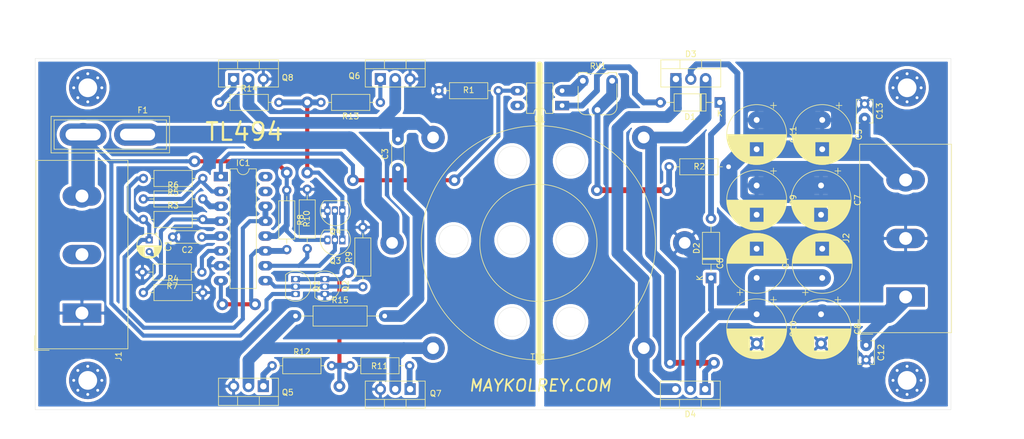
<source format=kicad_pcb>
(kicad_pcb (version 20171130) (host pcbnew "(5.1.6)-1")
  (layers (0 F.Cu signal) (31 B.Cu signal) (34 B.Paste user) (35 F.Paste user) (36 B.SilkS user) (37 F.SilkS user) (38 B.Mask user) (39 F.Mask user) (44 Edge.Cuts user))
  (net 0 "")
  (net 1 GND)
  (net 2 "Net-(C3-Pad1)")
  (net 3 GNDREF)
  (net 4 /Filtro/VCC)
  (net 5 /Filtro/-VCC)
  (net 6 +12V)
  (net 7 "Net-(F1-Pad1)")
  (net 8 "Net-(Q1-Pad1)")
  (net 9 /transformacion/In_A)
  (net 10 "Net-(Q3-Pad1)")
  (net 11 /transformacion/In_B)
  (net 12 "Net-(Q5-Pad2)")
  (net 13 "Net-(Q5-Pad1)")
  (net 14 "Net-(Q6-Pad1)")
  (net 15 "Net-(Q7-Pad1)")
  (net 16 "Net-(Q8-Pad1)")
  (net 17 /Filtro/T_A)
  (net 18 /Filtro/T_B)
  (net 19 "Net-(RV1-Pad1)")
  (net 20 "Net-(C1-Pad2)")
  (net 21 VREF)
  (net 22 "Net-(C2-Pad1)")
  (net 23 "Net-(C3-Pad2)")
  (net 24 "Net-(D1-Pad2)")
  (net 25 "Net-(D1-Pad1)")
  (net 26 "Net-(IC1-Pad11)")
  (net 27 "Net-(IC1-Pad6)")
  (net 28 "Net-(IC1-Pad3)")
  (net 29 "Net-(IC1-Pad2)")
  (net 30 /OSC_TL494/Sense)
  (net 31 "Net-(R2-Pad2)")
  (net 32 "Net-(H1-Pad1)")
  (net 33 "Net-(H2-Pad1)")
  (net 34 "Net-(H3-Pad1)")
  (net 35 "Net-(H4-Pad1)")
  (module Potentiometer_THT:Potentiometer_Runtron_RM-065_Vertical (layer F.Cu) (at 154.6 68.8)
    (fp_text reference RV1 (at 2.6 -2.5) (layer F.SilkS))
    (fp_text value 500)
    (pad 2 thru_hole circle (at 2.5 5) (size 1.55 1.55) (drill 1) (layers *.Cu *.Mask) (net 31 "Net-(R2-Pad2)"))
    (pad 1 thru_hole rect (at 0 0) (size 1.55 1.55) (drill 1) (layers *.Cu *.Mask) (net 19 "Net-(RV1-Pad1)"))
    (pad 3 thru_hole circle (at 5 0) (size 1.55 1.55) (drill 1) (layers *.Cu *.Mask) (net 31 "Net-(R2-Pad2)"))
  )
  (module Package_DIP:DIP-4_W7.62mm_LongPads (layer F.Cu) (at 151.05 73.04 180)
    (fp_text reference U1 (at 3.81 -2.33) (layer F.SilkS))
    (fp_text value LTV-817S-TA1)
    (pad 4 thru_hole oval (at 7.62 0 180) (size 2.4 1.6) (drill 0.8) (layers *.Cu *.Mask))
    (pad 2 thru_hole oval (at 0 2.54 180) (size 2.4 1.6) (drill 0.8) (layers *.Cu *.Mask) (net 19 "Net-(RV1-Pad1)"))
    (pad 3 thru_hole oval (at 7.62 2.54 180) (size 2.4 1.6) (drill 0.8) (layers *.Cu *.Mask) (net 30 /OSC_TL494/Sense))
    (pad 1 thru_hole rect (at 0 0 180) (size 2.4 1.6) (drill 0.8) (layers *.Cu *.Mask) (net 24 "Net-(D1-Pad2)"))
  )
  (module Resistor_THT:R_Axial_DIN0309_L9.0mm_D3.2mm_P15.24mm_Horizontal (layer F.Cu) (at 105.5 109)
    (fp_text reference R15 (at 7.62 -2.72) (layer F.SilkS))
    (fp_text value 270)
    (pad 2 thru_hole oval (at 15.24 0) (size 1.6 1.6) (drill 0.8) (layers *.Cu *.Mask) (net 2 "Net-(C3-Pad1)"))
    (pad 1 thru_hole circle (at 0 0) (size 1.6 1.6) (drill 0.8) (layers *.Cu *.Mask) (net 12 "Net-(Q5-Pad2)"))
  )
  (module Resistor_THT:R_Axial_DIN0207_L6.3mm_D2.5mm_P10.16mm_Horizontal (layer F.Cu) (at 101.5 117.5)
    (fp_text reference R12 (at 5.08 -2.37) (layer F.SilkS))
    (fp_text value 10)
    (pad 2 thru_hole oval (at 10.16 0) (size 1.6 1.6) (drill 0.8) (layers *.Cu *.Mask) (net 8 "Net-(Q1-Pad1)"))
    (pad 1 thru_hole circle (at 0 0) (size 1.6 1.6) (drill 0.8) (layers *.Cu *.Mask) (net 13 "Net-(Q5-Pad1)"))
  )
  (module Package_DIP:DIP-16_W7.62mm_LongPads (layer F.Cu) (at 92.74 85.18)
    (fp_text reference IC1 (at 3.81 -2.33) (layer F.SilkS))
    (fp_text value TL494)
    (pad 16 thru_hole oval (at 7.62 0) (size 2.4 1.6) (drill 0.8) (layers *.Cu *.Mask))
    (pad 8 thru_hole oval (at 0 17.78) (size 2.4 1.6) (drill 0.8) (layers *.Cu *.Mask) (net 26 "Net-(IC1-Pad11)"))
    (pad 15 thru_hole oval (at 7.62 2.54) (size 2.4 1.6) (drill 0.8) (layers *.Cu *.Mask))
    (pad 7 thru_hole oval (at 0 15.24) (size 2.4 1.6) (drill 0.8) (layers *.Cu *.Mask) (net 1 GND))
    (pad 14 thru_hole oval (at 7.62 5.08) (size 2.4 1.6) (drill 0.8) (layers *.Cu *.Mask) (net 21 VREF))
    (pad 6 thru_hole oval (at 0 12.7) (size 2.4 1.6) (drill 0.8) (layers *.Cu *.Mask) (net 27 "Net-(IC1-Pad6)"))
    (pad 13 thru_hole oval (at 7.62 7.62) (size 2.4 1.6) (drill 0.8) (layers *.Cu *.Mask) (net 21 VREF))
    (pad 5 thru_hole oval (at 0 10.16) (size 2.4 1.6) (drill 0.8) (layers *.Cu *.Mask) (net 22 "Net-(C2-Pad1)"))
    (pad 12 thru_hole oval (at 7.62 10.16) (size 2.4 1.6) (drill 0.8) (layers *.Cu *.Mask) (net 6 +12V))
    (pad 4 thru_hole oval (at 0 7.62) (size 2.4 1.6) (drill 0.8) (layers *.Cu *.Mask) (net 20 "Net-(C1-Pad2)"))
    (pad 11 thru_hole oval (at 7.62 12.7) (size 2.4 1.6) (drill 0.8) (layers *.Cu *.Mask) (net 26 "Net-(IC1-Pad11)"))
    (pad 3 thru_hole oval (at 0 5.08) (size 2.4 1.6) (drill 0.8) (layers *.Cu *.Mask) (net 28 "Net-(IC1-Pad3)"))
    (pad 10 thru_hole oval (at 7.62 15.24) (size 2.4 1.6) (drill 0.8) (layers *.Cu *.Mask) (net 11 /transformacion/In_B))
    (pad 2 thru_hole oval (at 0 2.54) (size 2.4 1.6) (drill 0.8) (layers *.Cu *.Mask) (net 29 "Net-(IC1-Pad2)"))
    (pad 9 thru_hole oval (at 7.62 17.78) (size 2.4 1.6) (drill 0.8) (layers *.Cu *.Mask) (net 9 /transformacion/In_A))
    (pad 1 thru_hole rect (at 0 0) (size 2.4 1.6) (drill 0.8) (layers *.Cu *.Mask) (net 30 /OSC_TL494/Sense))
  )
  (module Package_TO_SOT_THT:TO-220-3_Vertical (layer F.Cu) (at 175.5 121.5 180)
    (fp_text reference D4 (at 2.54 -4.27) (layer F.SilkS))
    (fp_text value MBRF1080CT)
    (pad 3 thru_hole oval (at 5.08 0 180) (size 1.905 2) (drill 1.1) (layers *.Cu *.Mask) (net 17 /Filtro/T_A))
    (pad 2 thru_hole oval (at 2.54 0 180) (size 1.905 2) (drill 1.1) (layers *.Cu *.Mask) (net 4 /Filtro/VCC))
    (pad 1 thru_hole rect (at 0 0 180) (size 1.905 2) (drill 1.1) (layers *.Cu *.Mask) (net 18 /Filtro/T_B))
  )
  (module Package_TO_SOT_THT:TO-220-3_Vertical (layer F.Cu) (at 170.5 68.5)
    (fp_text reference D3 (at 2.54 -4.27) (layer F.SilkS))
    (fp_text value MBRF1080CTR)
    (pad 3 thru_hole oval (at 5.08 0) (size 1.905 2) (drill 1.1) (layers *.Cu *.Mask) (net 18 /Filtro/T_B))
    (pad 2 thru_hole oval (at 2.54 0) (size 1.905 2) (drill 1.1) (layers *.Cu *.Mask) (net 5 /Filtro/-VCC))
    (pad 1 thru_hole rect (at 0 0) (size 1.905 2) (drill 1.1) (layers *.Cu *.Mask) (net 17 /Filtro/T_A))
  )
  (module Diode_THT:D_A-405_P10.16mm_Horizontal (layer F.Cu) (at 176.5 102.5 90)
    (fp_text reference D2 (at 5.08 -2.47 90) (layer F.SilkS))
    (fp_text value D_Zener_ALT)
    (fp_text user K (at 0 -1.9 90) (layer F.SilkS))
    (pad 2 thru_hole oval (at 10.16 0 90) (size 1.8 1.8) (drill 0.9) (layers *.Cu *.Mask) (net 25 "Net-(D1-Pad1)"))
    (pad 1 thru_hole rect (at 0 0 90) (size 1.8 1.8) (drill 0.9) (layers *.Cu *.Mask) (net 4 /Filtro/VCC))
  )
  (module Diode_THT:D_A-405_P10.16mm_Horizontal (layer F.Cu) (at 178 72.5 180)
    (fp_text reference D1 (at 5.08 -2.47) (layer F.SilkS))
    (fp_text value D_Zener_ALT)
    (fp_text user K (at 0 -1.9) (layer F.SilkS))
    (pad 2 thru_hole oval (at 10.16 0 180) (size 1.8 1.8) (drill 0.9) (layers *.Cu *.Mask) (net 24 "Net-(D1-Pad2)"))
    (pad 1 thru_hole rect (at 0 0 180) (size 1.8 1.8) (drill 0.9) (layers *.Cu *.Mask) (net 25 "Net-(D1-Pad1)"))
  )
  (module Capacitor_THT:C_Disc_D3.8mm_W2.6mm_P2.50mm (layer F.Cu) (at 202.75 72.75 270)
    (fp_text reference C13 (at 1.25 -2.55 90) (layer F.SilkS))
    (fp_text value 0.1uF)
    (pad 2 thru_hole circle (at 2.5 0 270) (size 1.6 1.6) (drill 0.8) (layers *.Cu *.Mask) (net 5 /Filtro/-VCC))
    (pad 1 thru_hole circle (at 0 0 270) (size 1.6 1.6) (drill 0.8) (layers *.Cu *.Mask) (net 3 GNDREF))
  )
  (module Capacitor_THT:CP_Radial_D10.0mm_P5.00mm (layer F.Cu) (at 184.3 102.5 90)
    (fp_text reference C6 (at 2.5 -6.25 90) (layer F.SilkS))
    (fp_text value 1000uF)
    (pad 2 thru_hole circle (at 5 0 90) (size 2 2) (drill 1) (layers *.Cu *.Mask) (net 3 GNDREF))
    (pad 1 thru_hole rect (at 0 0 90) (size 2 2) (drill 1) (layers *.Cu *.Mask) (net 4 /Filtro/VCC))
  )
  (module Capacitor_THT:CP_Radial_D10.0mm_P5.00mm (layer F.Cu) (at 195.5 75.5 270)
    (fp_text reference C5 (at 2.5 -6.25 90) (layer F.SilkS))
    (fp_text value 1000uF)
    (pad 2 thru_hole circle (at 5 0 270) (size 2 2) (drill 1) (layers *.Cu *.Mask) (net 5 /Filtro/-VCC))
    (pad 1 thru_hole rect (at 0 0 270) (size 2 2) (drill 1) (layers *.Cu *.Mask) (net 3 GNDREF))
  )
  (module Capacitor_THT:CP_Radial_D10.0mm_P5.00mm (layer F.Cu) (at 195.5 102.5 90)
    (fp_text reference C4 (at 2.5 -6.25 90) (layer F.SilkS))
    (fp_text value 1000uF)
    (pad 2 thru_hole circle (at 5 0 90) (size 2 2) (drill 1) (layers *.Cu *.Mask) (net 3 GNDREF))
    (pad 1 thru_hole rect (at 0 0 90) (size 2 2) (drill 1) (layers *.Cu *.Mask) (net 4 /Filtro/VCC))
  )
  (module Capacitor_THT:C_Disc_D4.3mm_W1.9mm_P5.00mm (layer F.Cu) (at 123 83.82 90)
    (fp_text reference C3 (at 2.5 -2.2 90) (layer F.SilkS))
    (fp_text value 0.33uF)
    (pad 2 thru_hole circle (at 5 0 90) (size 1.6 1.6) (drill 0.8) (layers *.Cu *.Mask) (net 23 "Net-(C3-Pad2)"))
    (pad 1 thru_hole circle (at 0 0 90) (size 1.6 1.6) (drill 0.8) (layers *.Cu *.Mask) (net 2 "Net-(C3-Pad1)"))
  )
  (module Capacitor_THT:C_Disc_D4.3mm_W1.9mm_P5.00mm (layer F.Cu) (at 89.5 95.5 180)
    (fp_text reference C2 (at 2.5 -2.2) (layer F.SilkS))
    (fp_text value 1nF)
    (pad 2 thru_hole circle (at 5 0 180) (size 1.6 1.6) (drill 0.8) (layers *.Cu *.Mask) (net 1 GND))
    (pad 1 thru_hole circle (at 0 0 180) (size 1.6 1.6) (drill 0.8) (layers *.Cu *.Mask) (net 22 "Net-(C2-Pad1)"))
  )
  (module Capacitor_THT:CP_Radial_D4.0mm_P2.00mm (layer F.Cu) (at 80.5 96 270)
    (fp_text reference C1 (at 1 -3.25 90) (layer F.SilkS))
    (fp_text value 2.5uF)
    (pad 2 thru_hole circle (at 2 0 270) (size 1.2 1.2) (drill 0.6) (layers *.Cu *.Mask) (net 20 "Net-(C1-Pad2)"))
    (pad 1 thru_hole rect (at 0 0 270) (size 1.2 1.2) (drill 0.6) (layers *.Cu *.Mask) (net 21 VREF))
  )
  (module MountingHole:MountingHole_3.2mm_M3_Pad_Via (layer F.Cu) (at 210 120)
    (fp_text reference H4 hide)
    (fp_text value MountingHole_Pad)
    (pad 1 thru_hole circle (at 1.697056 -1.697056) (size 0.8 0.8) (drill 0.5) (layers *.Cu *.Mask) (net 35 "Net-(H4-Pad1)"))
    (pad 1 thru_hole circle (at 0 -2.4) (size 0.8 0.8) (drill 0.5) (layers *.Cu *.Mask) (net 35 "Net-(H4-Pad1)"))
    (pad 1 thru_hole circle (at -1.697056 -1.697056) (size 0.8 0.8) (drill 0.5) (layers *.Cu *.Mask) (net 35 "Net-(H4-Pad1)"))
    (pad 1 thru_hole circle (at -2.4 0) (size 0.8 0.8) (drill 0.5) (layers *.Cu *.Mask) (net 35 "Net-(H4-Pad1)"))
    (pad 1 thru_hole circle (at -1.697056 1.697056) (size 0.8 0.8) (drill 0.5) (layers *.Cu *.Mask) (net 35 "Net-(H4-Pad1)"))
    (pad 1 thru_hole circle (at 0 2.4) (size 0.8 0.8) (drill 0.5) (layers *.Cu *.Mask) (net 35 "Net-(H4-Pad1)"))
    (pad 1 thru_hole circle (at 1.697056 1.697056) (size 0.8 0.8) (drill 0.5) (layers *.Cu *.Mask) (net 35 "Net-(H4-Pad1)"))
    (pad 1 thru_hole circle (at 2.4 0) (size 0.8 0.8) (drill 0.5) (layers *.Cu *.Mask) (net 35 "Net-(H4-Pad1)"))
    (pad 1 thru_hole circle (at 0 0) (size 6.4 6.4) (drill 3.2) (layers *.Cu *.Mask) (net 35 "Net-(H4-Pad1)"))
  )
  (module MountingHole:MountingHole_3.2mm_M3_Pad_Via (layer F.Cu) (at 210 70)
    (fp_text reference H3 hide)
    (fp_text value MountingHole_Pad)
    (pad 1 thru_hole circle (at 1.697056 -1.697056) (size 0.8 0.8) (drill 0.5) (layers *.Cu *.Mask) (net 34 "Net-(H3-Pad1)"))
    (pad 1 thru_hole circle (at 0 -2.4) (size 0.8 0.8) (drill 0.5) (layers *.Cu *.Mask) (net 34 "Net-(H3-Pad1)"))
    (pad 1 thru_hole circle (at -1.697056 -1.697056) (size 0.8 0.8) (drill 0.5) (layers *.Cu *.Mask) (net 34 "Net-(H3-Pad1)"))
    (pad 1 thru_hole circle (at -2.4 0) (size 0.8 0.8) (drill 0.5) (layers *.Cu *.Mask) (net 34 "Net-(H3-Pad1)"))
    (pad 1 thru_hole circle (at -1.697056 1.697056) (size 0.8 0.8) (drill 0.5) (layers *.Cu *.Mask) (net 34 "Net-(H3-Pad1)"))
    (pad 1 thru_hole circle (at 0 2.4) (size 0.8 0.8) (drill 0.5) (layers *.Cu *.Mask) (net 34 "Net-(H3-Pad1)"))
    (pad 1 thru_hole circle (at 1.697056 1.697056) (size 0.8 0.8) (drill 0.5) (layers *.Cu *.Mask) (net 34 "Net-(H3-Pad1)"))
    (pad 1 thru_hole circle (at 2.4 0) (size 0.8 0.8) (drill 0.5) (layers *.Cu *.Mask) (net 34 "Net-(H3-Pad1)"))
    (pad 1 thru_hole circle (at 0 0) (size 6.4 6.4) (drill 3.2) (layers *.Cu *.Mask) (net 34 "Net-(H3-Pad1)"))
  )
  (module MountingHole:MountingHole_3.2mm_M3_Pad_Via (layer F.Cu) (at 70 70)
    (fp_text reference H2 hide)
    (fp_text value MountingHole_Pad)
    (pad 1 thru_hole circle (at 1.697056 -1.697056) (size 0.8 0.8) (drill 0.5) (layers *.Cu *.Mask) (net 33 "Net-(H2-Pad1)"))
    (pad 1 thru_hole circle (at 0 -2.4) (size 0.8 0.8) (drill 0.5) (layers *.Cu *.Mask) (net 33 "Net-(H2-Pad1)"))
    (pad 1 thru_hole circle (at -1.697056 -1.697056) (size 0.8 0.8) (drill 0.5) (layers *.Cu *.Mask) (net 33 "Net-(H2-Pad1)"))
    (pad 1 thru_hole circle (at -2.4 0) (size 0.8 0.8) (drill 0.5) (layers *.Cu *.Mask) (net 33 "Net-(H2-Pad1)"))
    (pad 1 thru_hole circle (at -1.697056 1.697056) (size 0.8 0.8) (drill 0.5) (layers *.Cu *.Mask) (net 33 "Net-(H2-Pad1)"))
    (pad 1 thru_hole circle (at 0 2.4) (size 0.8 0.8) (drill 0.5) (layers *.Cu *.Mask) (net 33 "Net-(H2-Pad1)"))
    (pad 1 thru_hole circle (at 1.697056 1.697056) (size 0.8 0.8) (drill 0.5) (layers *.Cu *.Mask) (net 33 "Net-(H2-Pad1)"))
    (pad 1 thru_hole circle (at 2.4 0) (size 0.8 0.8) (drill 0.5) (layers *.Cu *.Mask) (net 33 "Net-(H2-Pad1)"))
    (pad 1 thru_hole circle (at 0 0) (size 6.4 6.4) (drill 3.2) (layers *.Cu *.Mask) (net 33 "Net-(H2-Pad1)"))
  )
  (module MountingHole:MountingHole_3.2mm_M3_Pad_Via (layer F.Cu) (at 70 120)
    (fp_text reference H1 hide)
    (fp_text value MountingHole_Pad)
    (pad 1 thru_hole circle (at 1.697056 -1.697056) (size 0.8 0.8) (drill 0.5) (layers *.Cu *.Mask) (net 32 "Net-(H1-Pad1)"))
    (pad 1 thru_hole circle (at 0 -2.4) (size 0.8 0.8) (drill 0.5) (layers *.Cu *.Mask) (net 32 "Net-(H1-Pad1)"))
    (pad 1 thru_hole circle (at -1.697056 -1.697056) (size 0.8 0.8) (drill 0.5) (layers *.Cu *.Mask) (net 32 "Net-(H1-Pad1)"))
    (pad 1 thru_hole circle (at -2.4 0) (size 0.8 0.8) (drill 0.5) (layers *.Cu *.Mask) (net 32 "Net-(H1-Pad1)"))
    (pad 1 thru_hole circle (at -1.697056 1.697056) (size 0.8 0.8) (drill 0.5) (layers *.Cu *.Mask) (net 32 "Net-(H1-Pad1)"))
    (pad 1 thru_hole circle (at 0 2.4) (size 0.8 0.8) (drill 0.5) (layers *.Cu *.Mask) (net 32 "Net-(H1-Pad1)"))
    (pad 1 thru_hole circle (at 1.697056 1.697056) (size 0.8 0.8) (drill 0.5) (layers *.Cu *.Mask) (net 32 "Net-(H1-Pad1)"))
    (pad 1 thru_hole circle (at 2.4 0) (size 0.8 0.8) (drill 0.5) (layers *.Cu *.Mask) (net 32 "Net-(H1-Pad1)"))
    (pad 1 thru_hole circle (at 0 0) (size 6.4 6.4) (drill 3.2) (layers *.Cu *.Mask) (net 32 "Net-(H1-Pad1)"))
  )
  (module Resistor_THT:R_Axial_DIN0207_L6.3mm_D2.5mm_P10.16mm_Horizontal (layer F.Cu) (at 92.5 72.5)
    (fp_text reference R14 (at 5.08 -2.37) (layer F.SilkS))
    (fp_text value 10)
    (pad 2 thru_hole oval (at 10.16 0) (size 1.6 1.6) (drill 0.8) (layers *.Cu *.Mask) (net 10 "Net-(Q3-Pad1)"))
    (pad 1 thru_hole circle (at 0 0) (size 1.6 1.6) (drill 0.8) (layers *.Cu *.Mask) (net 16 "Net-(Q8-Pad1)"))
  )
  (module Resistor_THT:R_Axial_DIN0207_L6.3mm_D2.5mm_P10.16mm_Horizontal (layer F.Cu) (at 120 72.5 180)
    (fp_text reference R13 (at 5.08 -2.37) (layer F.SilkS))
    (fp_text value 10)
    (pad 2 thru_hole oval (at 10.16 0 180) (size 1.6 1.6) (drill 0.8) (layers *.Cu *.Mask) (net 10 "Net-(Q3-Pad1)"))
    (pad 1 thru_hole circle (at 0 0 180) (size 1.6 1.6) (drill 0.8) (layers *.Cu *.Mask) (net 14 "Net-(Q6-Pad1)"))
  )
  (module Package_TO_SOT_THT:TO-92L_Inline (layer F.Cu) (at 113.5 91 180)
    (fp_text reference Q4 (at 1.19 -3.56) (layer F.SilkS))
    (fp_text value 2N3906)
    (pad 1 thru_hole rect (at 0 0 180) (size 1.05 1.5) (drill 0.75) (layers *.Cu *.Mask) (net 10 "Net-(Q3-Pad1)"))
    (pad 3 thru_hole roundrect (at 2.54 0 180) (size 1.05 1.5) (drill 0.75) (layers *.Cu *.Mask) (net 1 GND))
    (pad 2 thru_hole roundrect (at 1.27 0 180) (size 1.05 1.5) (drill 0.75) (layers *.Cu *.Mask) (net 11 /transformacion/In_B))
  )
  (module Package_TO_SOT_THT:TO-92L_Inline (layer F.Cu) (at 113.5 96 180)
    (fp_text reference Q3 (at 1.19 -3.56) (layer F.SilkS))
    (fp_text value 2N3904)
    (pad 1 thru_hole rect (at 0 0 180) (size 1.05 1.5) (drill 0.75) (layers *.Cu *.Mask) (net 10 "Net-(Q3-Pad1)"))
    (pad 3 thru_hole roundrect (at 2.54 0 180) (size 1.05 1.5) (drill 0.75) (layers *.Cu *.Mask) (net 6 +12V))
    (pad 2 thru_hole roundrect (at 1.27 0 180) (size 1.05 1.5) (drill 0.75) (layers *.Cu *.Mask) (net 11 /transformacion/In_B))
  )
  (module Package_TO_SOT_THT:TO-92L_Inline (layer F.Cu) (at 110.5 102.7 270)
    (fp_text reference Q2 (at 1.19 -3.56 90) (layer F.SilkS))
    (fp_text value 2N3906)
    (pad 1 thru_hole rect (at 0 0 270) (size 1.05 1.5) (drill 0.75) (layers *.Cu *.Mask) (net 8 "Net-(Q1-Pad1)"))
    (pad 3 thru_hole roundrect (at 2.54 0 270) (size 1.05 1.5) (drill 0.75) (layers *.Cu *.Mask) (net 1 GND))
    (pad 2 thru_hole roundrect (at 1.27 0 270) (size 1.05 1.5) (drill 0.75) (layers *.Cu *.Mask) (net 9 /transformacion/In_A))
  )
  (module Package_TO_SOT_THT:TO-92L_Inline (layer F.Cu) (at 105.5 102.7 270)
    (fp_text reference Q1 (at 1.19 -3.56 90) (layer F.SilkS))
    (fp_text value 2N3904)
    (pad 1 thru_hole rect (at 0 0 270) (size 1.05 1.5) (drill 0.75) (layers *.Cu *.Mask) (net 8 "Net-(Q1-Pad1)"))
    (pad 3 thru_hole roundrect (at 2.54 0 270) (size 1.05 1.5) (drill 0.75) (layers *.Cu *.Mask) (net 6 +12V))
    (pad 2 thru_hole roundrect (at 1.27 0 270) (size 1.05 1.5) (drill 0.75) (layers *.Cu *.Mask) (net 9 /transformacion/In_A))
  )
  (module MSS_Devices:Toroide_40mm (layer F.Cu) (at 147 96.5)
    (fp_text reference TR1 (at 0 19.5) (layer F.SilkS))
    (fp_text value TRANSF5)
    (pad 6 thru_hole circle (at 18 -18) (size 4 4) (drill 2) (layers *.Cu *.Mask) (net 18 /Filtro/T_B))
    (pad 5 thru_hole circle (at 25 0) (size 4 4) (drill 2) (layers *.Cu *.Mask) (net 3 GNDREF))
    (pad 4 thru_hole circle (at 18 18) (size 4 4) (drill 2) (layers *.Cu *.Mask) (net 17 /Filtro/T_A))
    (pad 3 thru_hole circle (at -18 18) (size 4 4) (drill 2) (layers *.Cu *.Mask) (net 12 "Net-(Q5-Pad2)"))
    (pad 2 thru_hole circle (at -25 0) (size 4 4) (drill 2) (layers *.Cu *.Mask) (net 7 "Net-(F1-Pad1)"))
    (pad 1 thru_hole circle (at -18 -18) (size 4 4) (drill 2) (layers *.Cu *.Mask) (net 23 "Net-(C3-Pad2)"))
  )
  (module Resistor_THT:R_Axial_DIN0207_L6.3mm_D2.5mm_P10.16mm_Horizontal (layer F.Cu) (at 125 117.5 180)
    (fp_text reference R11 (at 5.14 -0.05) (layer F.SilkS))
    (fp_text value 10)
    (pad 2 thru_hole oval (at 10.16 0 180) (size 1.6 1.6) (drill 0.8) (layers *.Cu *.Mask) (net 8 "Net-(Q1-Pad1)"))
    (pad 1 thru_hole circle (at 0 0 180) (size 1.6 1.6) (drill 0.8) (layers *.Cu *.Mask) (net 15 "Net-(Q7-Pad1)"))
  )
  (module Resistor_THT:R_Axial_DIN0207_L6.3mm_D2.5mm_P10.16mm_Horizontal (layer F.Cu) (at 107.5 97.5 90)
    (fp_text reference R10 (at 5.12 -0.09 90) (layer F.SilkS))
    (fp_text value 1K)
    (pad 2 thru_hole oval (at 10.16 0 90) (size 1.6 1.6) (drill 0.8) (layers *.Cu *.Mask) (net 1 GND))
    (pad 1 thru_hole circle (at 0 0 90) (size 1.6 1.6) (drill 0.8) (layers *.Cu *.Mask) (net 11 /transformacion/In_B))
  )
  (module Resistor_THT:R_Axial_DIN0207_L6.3mm_D2.5mm_P10.16mm_Horizontal (layer F.Cu) (at 117 104 90)
    (fp_text reference R9 (at 5.08 -2.37 90) (layer F.SilkS))
    (fp_text value 1K)
    (pad 2 thru_hole oval (at 10.16 0 90) (size 1.6 1.6) (drill 0.8) (layers *.Cu *.Mask) (net 1 GND))
    (pad 1 thru_hole circle (at 0 0 90) (size 1.6 1.6) (drill 0.8) (layers *.Cu *.Mask) (net 9 /transformacion/In_A))
  )
  (module Resistor_THT:R_Axial_DIN0207_L6.3mm_D2.5mm_P10.16mm_Horizontal (layer F.Cu) (at 104 87.5 270)
    (fp_text reference R8 (at 5.08 -2.37 90) (layer F.SilkS))
    (fp_text value 10K)
    (pad 2 thru_hole oval (at 10.16 0 270) (size 1.6 1.6) (drill 0.8) (layers *.Cu *.Mask) (net 26 "Net-(IC1-Pad11)"))
    (pad 1 thru_hole circle (at 0 0 270) (size 1.6 1.6) (drill 0.8) (layers *.Cu *.Mask) (net 6 +12V))
  )
  (module Resistor_THT:R_Axial_DIN0207_L6.3mm_D2.5mm_P10.16mm_Horizontal (layer F.Cu) (at 89.5 101.5 180)
    (fp_text reference R7 (at 5.08 -2.37) (layer F.SilkS))
    (fp_text value 50K)
    (pad 2 thru_hole oval (at 10.16 0 180) (size 1.6 1.6) (drill 0.8) (layers *.Cu *.Mask) (net 1 GND))
    (pad 1 thru_hole circle (at 0 0 180) (size 1.6 1.6) (drill 0.8) (layers *.Cu *.Mask) (net 27 "Net-(IC1-Pad6)"))
  )
  (module Resistor_THT:R_Axial_DIN0207_L6.3mm_D2.5mm_P10.16mm_Horizontal (layer F.Cu) (at 79.5 89)
    (fp_text reference R6 (at 5.08 -2.37) (layer F.SilkS))
    (fp_text value 51K)
    (pad 2 thru_hole oval (at 10.16 0) (size 1.6 1.6) (drill 0.8) (layers *.Cu *.Mask) (net 28 "Net-(IC1-Pad3)"))
    (pad 1 thru_hole circle (at 0 0) (size 1.6 1.6) (drill 0.8) (layers *.Cu *.Mask) (net 29 "Net-(IC1-Pad2)"))
  )
  (module Resistor_THT:R_Axial_DIN0207_L6.3mm_D2.5mm_P10.16mm_Horizontal (layer F.Cu) (at 89.66 85.5 180)
    (fp_text reference R5 (at 5.08 -2.37) (layer F.SilkS))
    (fp_text value 510)
    (pad 2 thru_hole oval (at 10.16 0 180) (size 1.6 1.6) (drill 0.8) (layers *.Cu *.Mask) (net 21 VREF))
    (pad 1 thru_hole circle (at 0 0 180) (size 1.6 1.6) (drill 0.8) (layers *.Cu *.Mask) (net 29 "Net-(IC1-Pad2)"))
  )
  (module Resistor_THT:R_Axial_DIN0207_L6.3mm_D2.5mm_P10.16mm_Horizontal (layer F.Cu) (at 79.5 105)
    (fp_text reference R4 (at 5.08 -2.37) (layer F.SilkS))
    (fp_text value 1K)
    (pad 2 thru_hole oval (at 10.16 0) (size 1.6 1.6) (drill 0.8) (layers *.Cu *.Mask) (net 1 GND))
    (pad 1 thru_hole circle (at 0 0) (size 1.6 1.6) (drill 0.8) (layers *.Cu *.Mask) (net 20 "Net-(C1-Pad2)"))
  )
  (module Resistor_THT:R_Axial_DIN0207_L6.3mm_D2.5mm_P10.16mm_Horizontal (layer F.Cu) (at 79.5 92.5)
    (fp_text reference R3 (at 5.08 -2.37) (layer F.SilkS))
    (fp_text value 9.1K)
    (pad 2 thru_hole oval (at 10.16 0) (size 1.6 1.6) (drill 0.8) (layers *.Cu *.Mask) (net 20 "Net-(C1-Pad2)"))
    (pad 1 thru_hole circle (at 0 0) (size 1.6 1.6) (drill 0.8) (layers *.Cu *.Mask) (net 21 VREF))
  )
  (module Resistor_THT:R_Axial_DIN0207_L6.3mm_D2.5mm_P10.16mm_Horizontal (layer F.Cu) (at 179.5 83.5 180)
    (fp_text reference R2 (at 5 0.04) (layer F.SilkS))
    (fp_text value 510)
    (pad 2 thru_hole oval (at 10.16 0 180) (size 1.6 1.6) (drill 0.8) (layers *.Cu *.Mask) (net 31 "Net-(R2-Pad2)"))
    (pad 1 thru_hole circle (at 0 0 180) (size 1.6 1.6) (drill 0.8) (layers *.Cu *.Mask) (net 5 /Filtro/-VCC))
  )
  (module Resistor_THT:R_Axial_DIN0207_L6.3mm_D2.5mm_P10.16mm_Horizontal (layer F.Cu) (at 130 70.5)
    (fp_text reference R1 (at 5.09 -0.11) (layer F.SilkS))
    (fp_text value 1K)
    (pad 2 thru_hole oval (at 10.16 0) (size 1.6 1.6) (drill 0.8) (layers *.Cu *.Mask) (net 30 /OSC_TL494/Sense))
    (pad 1 thru_hole circle (at 0 0) (size 1.6 1.6) (drill 0.8) (layers *.Cu *.Mask) (net 1 GND))
  )
  (module Package_TO_SOT_THT:TO-220-3_Vertical (layer F.Cu) (at 94.92 68.5)
    (fp_text reference Q8 (at 9.23 -0.23) (layer F.SilkS))
    (fp_text value IRFZ44N)
    (pad 3 thru_hole oval (at 5.08 0) (size 1.905 2) (drill 1.1) (layers *.Cu *.Mask) (net 1 GND))
    (pad 2 thru_hole oval (at 2.54 0) (size 1.905 2) (drill 1.1) (layers *.Cu *.Mask) (net 23 "Net-(C3-Pad2)"))
    (pad 1 thru_hole rect (at 0 0) (size 1.905 2) (drill 1.1) (layers *.Cu *.Mask) (net 16 "Net-(Q8-Pad1)"))
  )
  (module Package_TO_SOT_THT:TO-220-3_Vertical (layer F.Cu) (at 125.08 121.5 180)
    (fp_text reference Q7 (at -4.37 -0.74) (layer F.SilkS))
    (fp_text value IRFZ44N)
    (pad 3 thru_hole oval (at 5.08 0 180) (size 1.905 2) (drill 1.1) (layers *.Cu *.Mask) (net 1 GND))
    (pad 2 thru_hole oval (at 2.54 0 180) (size 1.905 2) (drill 1.1) (layers *.Cu *.Mask) (net 12 "Net-(Q5-Pad2)"))
    (pad 1 thru_hole rect (at 0 0 180) (size 1.905 2) (drill 1.1) (layers *.Cu *.Mask) (net 15 "Net-(Q7-Pad1)"))
  )
  (module Package_TO_SOT_THT:TO-220-3_Vertical (layer F.Cu) (at 120 68.5)
    (fp_text reference Q6 (at -4.44 -0.52) (layer F.SilkS))
    (fp_text value IRFZ44N)
    (pad 3 thru_hole oval (at 5.08 0) (size 1.905 2) (drill 1.1) (layers *.Cu *.Mask) (net 1 GND))
    (pad 2 thru_hole oval (at 2.54 0) (size 1.905 2) (drill 1.1) (layers *.Cu *.Mask) (net 23 "Net-(C3-Pad2)"))
    (pad 1 thru_hole rect (at 0 0) (size 1.905 2) (drill 1.1) (layers *.Cu *.Mask) (net 14 "Net-(Q6-Pad1)"))
  )
  (module Package_TO_SOT_THT:TO-220-3_Vertical (layer F.Cu) (at 100 121 180)
    (fp_text reference Q5 (at -4.17 -1.06) (layer F.SilkS))
    (fp_text value IRFZ44N)
    (pad 3 thru_hole oval (at 5.08 0 180) (size 1.905 2) (drill 1.1) (layers *.Cu *.Mask) (net 1 GND))
    (pad 2 thru_hole oval (at 2.54 0 180) (size 1.905 2) (drill 1.1) (layers *.Cu *.Mask) (net 12 "Net-(Q5-Pad2)"))
    (pad 1 thru_hole rect (at 0 0 180) (size 1.905 2) (drill 1.1) (layers *.Cu *.Mask) (net 13 "Net-(Q5-Pad1)"))
  )
  (module TerminalBlock_Dinkle:TerminalBlock_Dinkle_DT-55-B01X-03_P10.00mm (layer F.Cu) (at 209.75 105.75 90)
    (fp_text reference J2 (at 10.08 -10.16 90) (layer F.SilkS))
    (fp_text value Conn_01x03)
    (pad 3 thru_hole oval (at 20 0 90) (size 3.3 6.6) (drill 2.2) (layers *.Cu *.Mask) (net 5 /Filtro/-VCC))
    (pad 2 thru_hole oval (at 10 0 90) (size 3.3 6.6) (drill 2.2) (layers *.Cu *.Mask) (net 3 GNDREF))
    (pad 1 thru_hole rect (at 0 0 90) (size 3.3 6.6) (drill 2.2) (layers *.Cu *.Mask) (net 4 /Filtro/VCC))
  )
  (module TerminalBlock_Dinkle:TerminalBlock_Dinkle_DT-55-B01X-03_P10.00mm (layer F.Cu) (at 69 108.5 90)
    (fp_text reference J1 (at -7.4 6.26 90) (layer F.SilkS))
    (fp_text value Conn_01x03)
    (pad 3 thru_hole oval (at 20 0 90) (size 3.3 6.6) (drill 2.2) (layers *.Cu *.Mask) (net 6 +12V))
    (pad 2 thru_hole oval (at 10 0 90) (size 3.3 6.6) (drill 2.2) (layers *.Cu *.Mask))
    (pad 1 thru_hole rect (at 0 0 90) (size 3.3 6.6) (drill 2.2) (layers *.Cu *.Mask) (net 1 GND))
  )
  (module Fuse:Fuse_Blade_ATO_directSolder (layer F.Cu) (at 78.5 78 180)
    (fp_text reference F1 (at -0.89 4.16) (layer F.SilkS))
    (fp_text value Fuse)
    (pad 2 thru_hole oval (at 9.3 0 180) (size 8 3.8) (drill oval 6 2) (layers *.Cu *.Mask) (net 6 +12V))
    (pad 1 thru_hole oval (at 0 0 180) (size 8 3.8) (drill oval 6 2) (layers *.Cu *.Mask) (net 7 "Net-(F1-Pad1)"))
  )
  (module Capacitor_THT:C_Disc_D3.8mm_W2.6mm_P2.50mm (layer F.Cu) (at 203 114 270)
    (fp_text reference C12 (at 1.25 -2.55 90) (layer F.SilkS))
    (fp_text value 0.1uF)
    (pad 2 thru_hole circle (at 2.5 0 270) (size 1.6 1.6) (drill 0.8) (layers *.Cu *.Mask) (net 3 GNDREF))
    (pad 1 thru_hole circle (at 0 0 270) (size 1.6 1.6) (drill 0.8) (layers *.Cu *.Mask) (net 4 /Filtro/VCC))
  )
  (module Capacitor_THT:CP_Radial_D10.0mm_P5.00mm (layer F.Cu) (at 184.3 75.5 270)
    (fp_text reference C11 (at 2.5 -6.25 90) (layer F.SilkS))
    (fp_text value 1000uF)
    (pad 2 thru_hole circle (at 5 0 270) (size 2 2) (drill 1) (layers *.Cu *.Mask) (net 5 /Filtro/-VCC))
    (pad 1 thru_hole rect (at 0 0 270) (size 2 2) (drill 1) (layers *.Cu *.Mask) (net 3 GNDREF))
  )
  (module Capacitor_THT:CP_Radial_D10.0mm_P5.00mm (layer F.Cu) (at 184.3 108.7 270)
    (fp_text reference C10 (at 2.5 -6.25 90) (layer F.SilkS))
    (fp_text value 1000uF)
    (pad 2 thru_hole circle (at 5 0 270) (size 2 2) (drill 1) (layers *.Cu *.Mask) (net 3 GNDREF))
    (pad 1 thru_hole rect (at 0 0 270) (size 2 2) (drill 1) (layers *.Cu *.Mask) (net 4 /Filtro/VCC))
  )
  (module Capacitor_THT:CP_Radial_D10.0mm_P5.00mm (layer F.Cu) (at 184.3 86.7 270)
    (fp_text reference C9 (at 2.5 -6.25 90) (layer F.SilkS))
    (fp_text value 1000uF)
    (pad 2 thru_hole circle (at 5 0 270) (size 2 2) (drill 1) (layers *.Cu *.Mask) (net 5 /Filtro/-VCC))
    (pad 1 thru_hole rect (at 0 0 270) (size 2 2) (drill 1) (layers *.Cu *.Mask) (net 3 GNDREF))
  )
  (module Capacitor_THT:CP_Radial_D10.0mm_P5.00mm (layer F.Cu) (at 195.3 108.7 270)
    (fp_text reference C8 (at 2.5 -6.25 90) (layer F.SilkS))
    (fp_text value 1000uF)
    (pad 2 thru_hole circle (at 5 0 270) (size 2 2) (drill 1) (layers *.Cu *.Mask) (net 3 GNDREF))
    (pad 1 thru_hole rect (at 0 0 270) (size 2 2) (drill 1) (layers *.Cu *.Mask) (net 4 /Filtro/VCC))
  )
  (module Capacitor_THT:CP_Radial_D10.0mm_P5.00mm (layer F.Cu) (at 195.3 86.7 270)
    (fp_text reference C7 (at 2.5 -6.25 90) (layer F.SilkS))
    (fp_text value 1000uF)
    (pad 2 thru_hole circle (at 5 0 270) (size 2 2) (drill 1) (layers *.Cu *.Mask) (net 5 /Filtro/-VCC))
    (pad 1 thru_hole rect (at 0 0 270) (size 2 2) (drill 1) (layers *.Cu *.Mask) (net 3 GNDREF))
  )
  (gr_circle (center 132.5 96) (end 132.5 93.5) (layer Edge.Cuts) (width 0.05))
  (gr_text TL494 (at 96.74 77.52) (layer F.SilkS) (effects (font (size 3 3) (thickness 0.4))))
  (gr_circle (center 152.5 96) (end 152.5 98.5) (layer Edge.Cuts) (width 0.05))
  (gr_circle (center 142.5 96) (end 142.5 98.5) (layer Edge.Cuts) (width 0.05))
  (gr_circle (center 152.5 110) (end 152.5 112.5) (layer Edge.Cuts) (width 0.05))
  (gr_circle (center 142.5 110) (end 142.5 112.5) (layer Edge.Cuts) (width 0.05))
  (gr_circle (center 152.5 82.5) (end 155 82.5) (layer Edge.Cuts) (width 0.05))
  (gr_circle (center 142.5 82.5) (end 145 82.5) (layer Edge.Cuts) (width 0.05))
  (gr_line (start 147.2 66) (end 147.2 116.84) (layer F.SilkS) (width 1))
  (gr_text MAYKOLREY.COM (at 147.32 120.88) (layer F.SilkS) (effects (font (size 2 2) (thickness 0.3) italic)))
  (gr_line (start 61 65) (end 217.5 65) (layer Edge.Cuts) (width 0.05))
  (gr_line (start 61 125) (end 61 65) (layer Edge.Cuts) (width 0.05))
  (gr_line (start 217.5 125) (end 61 125) (layer Edge.Cuts) (width 0.05))
  (gr_line (start 217.5 65) (end 217.5 125) (layer Edge.Cuts) (width 0.05))
  (segment (start 123.5 109) (end 120.74 109) (width 2) (layer B.Cu) (net 2))
  (segment (start 126.5 106) (end 123.5 109) (width 2) (layer B.Cu) (net 2))
  (segment (start 123 83.82) (end 123 88) (width 2) (layer B.Cu) (net 2))
  (segment (start 126.5 91.5) (end 126.5 106) (width 2) (layer B.Cu) (net 2))
  (segment (start 123 88) (end 126.5 91.5) (width 2) (layer B.Cu) (net 2))
  (segment (start 184.3 86.7) (end 195.3 86.7) (width 3) (layer B.Cu) (net 3))
  (segment (start 184.3 75.5) (end 195.5 75.5) (width 3) (layer B.Cu) (net 3))
  (segment (start 195.3 86.7) (end 199.2 86.7) (width 3) (layer B.Cu) (net 3))
  (segment (start 199.2 86.7) (end 201.5 89) (width 3) (layer B.Cu) (net 3))
  (segment (start 201.5 89) (end 201.5 96) (width 3) (layer B.Cu) (net 3))
  (segment (start 200 97.5) (end 195.5 97.5) (width 3) (layer B.Cu) (net 3))
  (segment (start 201.5 96) (end 200 97.5) (width 3) (layer B.Cu) (net 3))
  (segment (start 195.5 97.5) (end 184.3 97.5) (width 3) (layer B.Cu) (net 3))
  (segment (start 173 97.5) (end 172 96.5) (width 3) (layer B.Cu) (net 3))
  (segment (start 184.3 97.5) (end 173 97.5) (width 3) (layer B.Cu) (net 3))
  (segment (start 195.5 102.5) (end 184.3 102.5) (width 3) (layer B.Cu) (net 4))
  (segment (start 184.3 108.7) (end 195.3 108.7) (width 3) (layer B.Cu) (net 4))
  (segment (start 195.5 108.5) (end 195.3 108.7) (width 3) (layer B.Cu) (net 4))
  (segment (start 184.3 102.5) (end 184.3 108.7) (width 3) (layer B.Cu) (net 4))
  (segment (start 172.96 121.5) (end 172.96 113.04) (width 2) (layer B.Cu) (net 4))
  (segment (start 177.3 108.7) (end 184.3 108.7) (width 2) (layer B.Cu) (net 4))
  (segment (start 172.96 113.04) (end 177.3 108.7) (width 2) (layer B.Cu) (net 4))
  (segment (start 176.5 107.9) (end 177.3 108.7) (width 1) (layer B.Cu) (net 4))
  (segment (start 176.5 102.5) (end 176.5 107.9) (width 1) (layer B.Cu) (net 4))
  (segment (start 206.8 108.7) (end 209.75 105.75) (width 3) (layer B.Cu) (net 4))
  (segment (start 195.3 108.7) (end 206.8 108.7) (width 3) (layer B.Cu) (net 4))
  (segment (start 203 112.5) (end 209.75 105.75) (width 2) (layer B.Cu) (net 4))
  (segment (start 203 114) (end 203 112.5) (width 2) (layer B.Cu) (net 4))
  (segment (start 184.3 91.7) (end 195.3 91.7) (width 3) (layer B.Cu) (net 5))
  (segment (start 195.5 80.5) (end 184.3 80.5) (width 3) (layer B.Cu) (net 5))
  (segment (start 184.3 80.5) (end 182.5 80.5) (width 3) (layer B.Cu) (net 5))
  (segment (start 182.5 80.5) (end 180.5 82.5) (width 3) (layer B.Cu) (net 5))
  (segment (start 179.5 82.5) (end 180.5 82.5) (width 1) (layer B.Cu) (net 5))
  (segment (start 173.04 66.96) (end 174 66) (width 1) (layer B.Cu) (net 5))
  (segment (start 181 79) (end 182.5 80.5) (width 1) (layer B.Cu) (net 5))
  (segment (start 174 66) (end 179.5 66) (width 1) (layer B.Cu) (net 5))
  (segment (start 179.5 66) (end 181 67.5) (width 1) (layer B.Cu) (net 5))
  (segment (start 173.04 68.5) (end 173.04 66.96) (width 1) (layer B.Cu) (net 5))
  (segment (start 181 67.5) (end 181 79) (width 1) (layer B.Cu) (net 5))
  (segment (start 179.5 89.5) (end 181.7 91.7) (width 3) (layer B.Cu) (net 5))
  (segment (start 181.7 91.7) (end 184.3 91.7) (width 3) (layer B.Cu) (net 5))
  (segment (start 180.5 82.5) (end 179.5 83.5) (width 3) (layer B.Cu) (net 5))
  (segment (start 179.5 83.5) (end 179.5 89.5) (width 3) (layer B.Cu) (net 5))
  (segment (start 204.5 80.5) (end 209.75 85.75) (width 4) (layer B.Cu) (net 5))
  (segment (start 195.5 80.5) (end 204.5 80.5) (width 4) (layer B.Cu) (net 5))
  (segment (start 202.75 78.75) (end 209.75 85.75) (width 2) (layer B.Cu) (net 5))
  (segment (start 202.75 75.25) (end 202.75 78.75) (width 2) (layer B.Cu) (net 5))
  (segment (start 100.36 95.34) (end 102.16 95.34) (width 1) (layer B.Cu) (net 6))
  (segment (start 104 93.5) (end 104 87.5) (width 1) (layer B.Cu) (net 6))
  (segment (start 102.16 95.34) (end 104 93.5) (width 1) (layer B.Cu) (net 6))
  (segment (start 72 80.8) (end 69.2 78) (width 0.7) (layer B.Cu) (net 6))
  (via (at 104 84.500012) (size 2) (drill 1) (layers F.Cu B.Cu) (net 6))
  (segment (start 104 87.5) (end 104 84.500012) (width 0.7) (layer B.Cu) (net 6))
  (segment (start 69.2 88.3) (end 69 88.5) (width 4) (layer B.Cu) (net 6))
  (segment (start 69.2 78) (end 69.2 88.3) (width 4) (layer B.Cu) (net 6))
  (via (at 88.25 82.56) (size 2) (drill 1) (layers F.Cu B.Cu) (net 6))
  (segment (start 73.76 82.56) (end 86.835787 82.56) (width 0.7) (layer B.Cu) (net 6))
  (segment (start 86.835787 82.56) (end 88.25 82.56) (width 0.7) (layer B.Cu) (net 6))
  (segment (start 72 80.8) (end 73.76 82.56) (width 0.7) (layer B.Cu) (net 6))
  (segment (start 102.059988 82.56) (end 88.25 82.56) (width 0.7) (layer F.Cu) (net 6))
  (segment (start 104 84.500012) (end 102.059988 82.56) (width 0.7) (layer F.Cu) (net 6))
  (segment (start 101.58 105.24) (end 105.5 105.24) (width 0.7) (layer B.Cu) (net 6))
  (segment (start 100.54 106.28) (end 101.58 105.24) (width 0.7) (layer B.Cu) (net 6))
  (segment (start 100.54 107.86) (end 100.54 106.28) (width 0.7) (layer B.Cu) (net 6))
  (segment (start 74.03 106.87) (end 79.51 112.35) (width 0.7) (layer B.Cu) (net 6))
  (segment (start 72 80.8) (end 74.03 82.83) (width 0.7) (layer B.Cu) (net 6))
  (segment (start 74.03 82.83) (end 74.03 106.87) (width 0.7) (layer B.Cu) (net 6))
  (segment (start 79.51 112.35) (end 96.05 112.35) (width 0.7) (layer B.Cu) (net 6))
  (segment (start 96.05 112.35) (end 100.54 107.86) (width 0.7) (layer B.Cu) (net 6))
  (segment (start 104 94.5) (end 104 87.5) (width 0.7) (layer B.Cu) (net 6))
  (segment (start 110.96 96) (end 105.5 96) (width 0.7) (layer B.Cu) (net 6))
  (segment (start 105.5 96) (end 104 94.5) (width 0.7) (layer B.Cu) (net 6))
  (segment (start 97.5 78) (end 78.5 78) (width 3) (layer B.Cu) (net 7))
  (segment (start 114.699987 78.949987) (end 98.449987 78.949987) (width 3) (layer B.Cu) (net 7))
  (segment (start 121.75 96.25) (end 121.75 92.25) (width 3) (layer B.Cu) (net 7))
  (segment (start 122 96.5) (end 121.75 96.25) (width 3) (layer B.Cu) (net 7))
  (segment (start 98.449987 78.949987) (end 97.5 78) (width 3) (layer B.Cu) (net 7))
  (segment (start 118.75 89.25) (end 118.75 83) (width 3) (layer B.Cu) (net 7))
  (segment (start 121.75 92.25) (end 118.75 89.25) (width 3) (layer B.Cu) (net 7))
  (segment (start 118.75 83) (end 114.699987 78.949987) (width 3) (layer B.Cu) (net 7))
  (segment (start 105.5 102.7) (end 110.5 102.7) (width 0.7) (layer B.Cu) (net 8))
  (via (at 114.5 101.5) (size 2) (drill 1) (layers F.Cu B.Cu) (net 8))
  (segment (start 110.5 102.7) (end 113.3 102.7) (width 0.7) (layer B.Cu) (net 8))
  (segment (start 113.3 102.7) (end 114.5 101.5) (width 0.7) (layer B.Cu) (net 8))
  (segment (start 114.5 101.5) (end 113 103) (width 0.7) (layer F.Cu) (net 8))
  (via (at 113 121) (size 2) (drill 1) (layers F.Cu B.Cu) (net 8))
  (segment (start 113 103) (end 113 121) (width 0.7) (layer F.Cu) (net 8))
  (segment (start 113 118) (end 113.5 117.5) (width 0.7) (layer B.Cu) (net 8))
  (segment (start 111.66 117.5) (end 113.5 117.5) (width 1) (layer B.Cu) (net 8))
  (segment (start 113 121) (end 113 118) (width 0.7) (layer B.Cu) (net 8))
  (segment (start 113.5 117.5) (end 114.84 117.5) (width 1) (layer B.Cu) (net 8))
  (segment (start 105.5 103.97) (end 110.5 103.97) (width 0.7) (layer B.Cu) (net 9))
  (segment (start 100.36 102.96) (end 100.96 102.96) (width 0.7) (layer B.Cu) (net 9))
  (segment (start 101.97 103.97) (end 105.5 103.97) (width 0.7) (layer B.Cu) (net 9))
  (segment (start 100.96 102.96) (end 101.97 103.97) (width 0.7) (layer B.Cu) (net 9))
  (segment (start 116.97 103.97) (end 117 104) (width 0.7) (layer B.Cu) (net 9))
  (segment (start 110.5 103.97) (end 116.97 103.97) (width 0.7) (layer B.Cu) (net 9))
  (segment (start 113.5 91) (end 113.5 96) (width 0.7) (layer B.Cu) (net 10))
  (via (at 107.5 72.5) (size 2) (drill 1) (layers F.Cu B.Cu) (net 10))
  (segment (start 106.34 72.5) (end 107.5 72.5) (width 1) (layer B.Cu) (net 10))
  (segment (start 102.66 72.5) (end 107.5 72.5) (width 1) (layer B.Cu) (net 10))
  (segment (start 107.5 72.5) (end 109.84 72.5) (width 1) (layer B.Cu) (net 10))
  (segment (start 113.5 91) (end 113.5 88.585787) (width 0.7) (layer B.Cu) (net 10))
  (segment (start 113.5 88.585787) (end 109.414213 84.5) (width 0.7) (layer B.Cu) (net 10))
  (segment (start 107.5 72.5) (end 107.5 84) (width 0.7) (layer F.Cu) (net 10))
  (via (at 107.5 84.5) (size 2) (drill 1) (layers F.Cu B.Cu) (net 10))
  (segment (start 109.414213 84.5) (end 107.5 84.5) (width 0.7) (layer B.Cu) (net 10))
  (segment (start 107.5 84) (end 107.5 84.5) (width 0.7) (layer F.Cu) (net 10))
  (segment (start 112.23 91) (end 112.23 96) (width 0.7) (layer B.Cu) (net 11))
  (segment (start 100.36 100.42) (end 106.08 100.42) (width 0.7) (layer B.Cu) (net 11))
  (segment (start 107.5 99) (end 107.5 97.5) (width 0.7) (layer B.Cu) (net 11))
  (segment (start 106.08 100.42) (end 107.5 99) (width 0.7) (layer B.Cu) (net 11))
  (segment (start 112.23 96) (end 112.23 97.77) (width 0.7) (layer B.Cu) (net 11))
  (segment (start 109.58 100.42) (end 106.08 100.42) (width 0.7) (layer B.Cu) (net 11))
  (segment (start 112.23 97.77) (end 109.58 100.42) (width 0.7) (layer B.Cu) (net 11))
  (segment (start 122.54 121.5) (end 122.54 115.96) (width 2) (layer B.Cu) (net 12))
  (segment (start 124 114.5) (end 129 114.5) (width 2) (layer B.Cu) (net 12))
  (segment (start 122.54 115.96) (end 124 114.5) (width 2) (layer B.Cu) (net 12))
  (segment (start 99.5 114.5) (end 124 114.5) (width 2) (layer B.Cu) (net 12))
  (segment (start 97.46 121) (end 97.46 116.54) (width 2) (layer B.Cu) (net 12))
  (segment (start 97.46 116.54) (end 99.5 114.5) (width 2) (layer B.Cu) (net 12))
  (segment (start 105 109) (end 105.5 109) (width 2) (layer B.Cu) (net 12))
  (segment (start 99.5 114.5) (end 105 109) (width 2) (layer B.Cu) (net 12))
  (segment (start 100 119) (end 101.5 117.5) (width 1) (layer B.Cu) (net 13))
  (segment (start 100 121) (end 100 119) (width 1) (layer B.Cu) (net 13))
  (segment (start 120 72.5) (end 120 68.5) (width 0.7) (layer B.Cu) (net 14))
  (segment (start 125 121.42) (end 125.08 121.5) (width 1) (layer B.Cu) (net 15))
  (segment (start 125 117.5) (end 125 121.42) (width 1) (layer B.Cu) (net 15))
  (segment (start 94.92 70.08) (end 92.5 72.5) (width 1) (layer B.Cu) (net 16))
  (segment (start 94.92 68.5) (end 94.92 70.08) (width 1) (layer B.Cu) (net 16))
  (segment (start 170.42 121.5) (end 167.5 121.5) (width 2) (layer B.Cu) (net 17))
  (segment (start 165 119) (end 165 114.5) (width 2) (layer B.Cu) (net 17))
  (segment (start 167.5 121.5) (end 165 119) (width 2) (layer B.Cu) (net 17))
  (segment (start 160.5 98.25) (end 165 102.75) (width 2) (layer B.Cu) (net 17))
  (segment (start 170.5 73.5) (end 169 75) (width 2) (layer B.Cu) (net 17))
  (segment (start 165 102.75) (end 165 114.5) (width 2) (layer B.Cu) (net 17))
  (segment (start 170.5 68.5) (end 170.5 73.5) (width 2) (layer B.Cu) (net 17))
  (segment (start 169 75) (end 162.5 75) (width 2) (layer B.Cu) (net 17))
  (segment (start 162.5 75) (end 160.5 77) (width 2) (layer B.Cu) (net 17))
  (segment (start 160.5 77) (end 160.5 98.25) (width 2) (layer B.Cu) (net 17))
  (segment (start 172 78.5) (end 165 78.5) (width 2) (layer B.Cu) (net 18))
  (segment (start 175.58 71.299999) (end 175.559999 71.299999) (width 2) (layer B.Cu) (net 18))
  (segment (start 175.58 68.5) (end 175.58 71.299999) (width 2) (layer B.Cu) (net 18))
  (segment (start 175.58 74.92) (end 172 78.5) (width 2) (layer B.Cu) (net 18))
  (segment (start 175.559999 71.299999) (end 175.58 71.32) (width 2) (layer B.Cu) (net 18))
  (segment (start 175.58 71.32) (end 175.58 74.92) (width 2) (layer B.Cu) (net 18))
  (via (at 177 117) (size 2) (drill 1) (layers F.Cu B.Cu) (net 18))
  (segment (start 175.5 121.5) (end 175.5 118.5) (width 1) (layer B.Cu) (net 18))
  (segment (start 175.5 118.5) (end 177 117) (width 1) (layer B.Cu) (net 18))
  (via (at 169.5 117) (size 2) (drill 1) (layers F.Cu B.Cu) (net 18))
  (segment (start 177 117) (end 169.5 117) (width 1) (layer F.Cu) (net 18))
  (segment (start 175.58 75) (end 175.58 74.92) (width 2) (layer B.Cu) (net 18))
  (segment (start 173.5 77.08) (end 175.58 75) (width 2) (layer B.Cu) (net 18))
  (segment (start 169.5 101.5) (end 169.5 117) (width 2) (layer B.Cu) (net 18))
  (segment (start 166.25 98.25) (end 169.5 101.5) (width 2) (layer B.Cu) (net 18))
  (segment (start 165 78.5) (end 166.25 79.75) (width 2) (layer B.Cu) (net 18))
  (segment (start 166.25 79.75) (end 166.25 98.25) (width 2) (layer B.Cu) (net 18))
  (segment (start 152.9 70.5) (end 154.6 68.8) (width 2) (layer B.Cu) (net 19))
  (segment (start 151.05 70.5) (end 152.9 70.5) (width 2) (layer B.Cu) (net 19))
  (segment (start 89.96 92.8) (end 89.66 92.5) (width 1) (layer B.Cu) (net 20))
  (segment (start 92.74 92.8) (end 89.96 92.8) (width 1) (layer B.Cu) (net 20))
  (segment (start 80.5 98) (end 82.5 100) (width 0.7) (layer B.Cu) (net 20))
  (segment (start 82.5 102) (end 79.5 105) (width 0.7) (layer B.Cu) (net 20))
  (segment (start 82.5 100.5) (end 82.5 94.5) (width 0.7) (layer B.Cu) (net 20))
  (segment (start 82.5 100.5) (end 82.5 102) (width 0.7) (layer B.Cu) (net 20))
  (segment (start 82.5 100) (end 82.5 100.5) (width 0.7) (layer B.Cu) (net 20))
  (segment (start 84.5 92.5) (end 89.66 92.5) (width 0.7) (layer B.Cu) (net 20))
  (segment (start 82.5 94.5) (end 84.5 92.5) (width 0.7) (layer B.Cu) (net 20))
  (segment (start 100.36 90.26) (end 100.36 92.8) (width 1) (layer B.Cu) (net 21))
  (segment (start 80.5 93.5) (end 80.5 96) (width 0.7) (layer B.Cu) (net 21))
  (segment (start 79.5 92.5) (end 80.5 93.5) (width 0.7) (layer B.Cu) (net 21))
  (segment (start 78.5 92.5) (end 79.5 92.5) (width 0.7) (layer B.Cu) (net 21))
  (segment (start 77.02 91.02) (end 78.5 92.5) (width 0.7) (layer B.Cu) (net 21))
  (segment (start 77.02 86.98) (end 77.02 91.02) (width 0.7) (layer B.Cu) (net 21))
  (segment (start 79.5 85.5) (end 78.5 85.5) (width 0.7) (layer B.Cu) (net 21))
  (segment (start 78.5 85.5) (end 77.02 86.98) (width 0.7) (layer B.Cu) (net 21))
  (segment (start 79.2 96) (end 80.5 96) (width 0.7) (layer B.Cu) (net 21))
  (segment (start 79.574228 111) (end 76.29 107.715772) (width 0.7) (layer B.Cu) (net 21))
  (segment (start 76.29 107.715772) (end 76.29 98.91) (width 0.7) (layer B.Cu) (net 21))
  (segment (start 97.7 92.8) (end 96.5 94) (width 0.7) (layer B.Cu) (net 21))
  (segment (start 96.5 109.5) (end 95 111) (width 0.7) (layer B.Cu) (net 21))
  (segment (start 95 111) (end 79.574228 111) (width 0.7) (layer B.Cu) (net 21))
  (segment (start 100.36 92.8) (end 97.7 92.8) (width 0.7) (layer B.Cu) (net 21))
  (segment (start 76.29 98.91) (end 79.2 96) (width 0.7) (layer B.Cu) (net 21))
  (segment (start 96.5 94) (end 96.5 109.5) (width 0.7) (layer B.Cu) (net 21))
  (segment (start 92.58 95.5) (end 92.74 95.34) (width 1) (layer B.Cu) (net 22))
  (segment (start 89.5 95.5) (end 92.58 95.5) (width 1) (layer B.Cu) (net 22))
  (segment (start 97.46 68.5) (end 97.46 72.96) (width 2) (layer B.Cu) (net 23))
  (segment (start 97.46 72.96) (end 100.5 76) (width 2) (layer B.Cu) (net 23))
  (segment (start 100.5 76) (end 120 76) (width 2) (layer B.Cu) (net 23))
  (segment (start 122.54 73.46) (end 122.54 68.5) (width 2) (layer B.Cu) (net 23))
  (segment (start 120 76) (end 122.54 73.46) (width 2) (layer B.Cu) (net 23))
  (segment (start 126.5 76) (end 129 78.5) (width 2) (layer B.Cu) (net 23))
  (segment (start 120 76) (end 124 76) (width 2) (layer B.Cu) (net 23))
  (segment (start 124 76) (end 126.5 76) (width 2) (layer B.Cu) (net 23))
  (segment (start 126.7 76.2) (end 129 78.5) (width 2) (layer B.Cu) (net 23))
  (segment (start 123 78.82) (end 123 77.44) (width 2) (layer B.Cu) (net 23))
  (segment (start 124.24 76.2) (end 126.7 76.2) (width 2) (layer B.Cu) (net 23))
  (segment (start 123 77.44) (end 124.24 76.2) (width 2) (layer B.Cu) (net 23))
  (segment (start 163.5 71) (end 165 72.5) (width 1) (layer B.Cu) (net 24))
  (segment (start 165 72.5) (end 168.34 72.5) (width 1) (layer B.Cu) (net 24))
  (segment (start 162.5 66.5) (end 163.5 67.5) (width 1) (layer B.Cu) (net 24))
  (segment (start 154.46 73.04) (end 157 70.5) (width 1) (layer B.Cu) (net 24))
  (segment (start 151.05 73.04) (end 154.46 73.04) (width 1) (layer B.Cu) (net 24))
  (segment (start 157 68) (end 158.5 66.5) (width 1) (layer B.Cu) (net 24))
  (segment (start 157 70.5) (end 157 68) (width 1) (layer B.Cu) (net 24))
  (segment (start 163.5 67.5) (end 163.5 71) (width 1) (layer B.Cu) (net 24))
  (segment (start 158.5 66.5) (end 162.5 66.5) (width 1) (layer B.Cu) (net 24))
  (segment (start 178.5 76) (end 178.5 75.5) (width 1) (layer B.Cu) (net 25))
  (segment (start 178.5 75.5) (end 178.5 72.5) (width 1) (layer B.Cu) (net 25))
  (segment (start 176.5 92.34) (end 176.5 78) (width 1) (layer B.Cu) (net 25))
  (segment (start 176.5 78) (end 178.5 76) (width 1) (layer B.Cu) (net 25))
  (segment (start 103.78 97.88) (end 104 97.66) (width 1) (layer B.Cu) (net 26))
  (segment (start 100.36 97.88) (end 103.78 97.88) (width 1) (layer B.Cu) (net 26))
  (segment (start 92.74 102.96) (end 92.74 106.74) (width 0.7) (layer B.Cu) (net 26))
  (via (at 93 107) (size 2) (drill 1) (layers F.Cu B.Cu) (net 26))
  (segment (start 92.74 106.74) (end 93 107) (width 0.7) (layer B.Cu) (net 26))
  (via (at 98.59 107) (size 2) (drill 1) (layers F.Cu B.Cu) (net 26))
  (segment (start 93 107) (end 98.59 107) (width 0.7) (layer F.Cu) (net 26))
  (segment (start 97.92 106.33) (end 98.59 107) (width 0.7) (layer B.Cu) (net 26))
  (segment (start 100.36 97.88) (end 98.79 97.88) (width 0.7) (layer B.Cu) (net 26))
  (segment (start 97.92 98.75) (end 97.92 106.33) (width 0.7) (layer B.Cu) (net 26))
  (segment (start 98.79 97.88) (end 97.92 98.75) (width 0.7) (layer B.Cu) (net 26))
  (segment (start 89.5 101.5) (end 89.5 99) (width 0.7) (layer B.Cu) (net 27))
  (segment (start 90.62 97.88) (end 92.74 97.88) (width 0.7) (layer B.Cu) (net 27))
  (segment (start 89.5 99) (end 90.62 97.88) (width 0.7) (layer B.Cu) (net 27))
  (segment (start 90.92 90.26) (end 89.66 89) (width 1) (layer B.Cu) (net 28))
  (segment (start 92.74 90.26) (end 90.92 90.26) (width 1) (layer B.Cu) (net 28))
  (segment (start 89.66 86.16) (end 89.66 85.5) (width 0.7) (layer B.Cu) (net 29))
  (segment (start 92.74 87.72) (end 91.22 87.72) (width 0.7) (layer B.Cu) (net 29))
  (segment (start 91.22 87.72) (end 89.66 86.16) (width 0.7) (layer B.Cu) (net 29))
  (segment (start 86.16 89) (end 89.66 85.5) (width 0.7) (layer B.Cu) (net 29))
  (segment (start 79.5 89) (end 86.16 89) (width 0.7) (layer B.Cu) (net 29))
  (segment (start 140.16 70.5) (end 143.43 70.5) (width 0.7) (layer B.Cu) (net 30))
  (via (at 115.31 85.8) (size 2) (drill 1) (layers F.Cu B.Cu) (net 30))
  (segment (start 115.31 85.8) (end 132.66 85.8) (width 0.7) (layer F.Cu) (net 30))
  (segment (start 140.16 78.3) (end 132.66 85.8) (width 0.7) (layer B.Cu) (net 30))
  (via (at 132.66 85.8) (size 2) (drill 1) (layers F.Cu B.Cu) (net 30))
  (segment (start 140.16 70.5) (end 140.16 78.3) (width 0.7) (layer B.Cu) (net 30))
  (segment (start 113.29 81.25) (end 115.31 83.27) (width 0.7) (layer B.Cu) (net 30))
  (segment (start 94.17 81.25) (end 113.29 81.25) (width 0.7) (layer B.Cu) (net 30))
  (segment (start 92.74 85.18) (end 92.74 82.68) (width 0.7) (layer B.Cu) (net 30))
  (segment (start 115.31 83.27) (end 115.31 85.8) (width 0.7) (layer B.Cu) (net 30))
  (segment (start 92.74 82.68) (end 94.17 81.25) (width 0.7) (layer B.Cu) (net 30))
  (segment (start 159.6 71.3) (end 157.1 73.8) (width 2) (layer B.Cu) (net 31))
  (segment (start 159.6 68.8) (end 159.6 71.3) (width 2) (layer B.Cu) (net 31))
  (segment (start 157.1 73.8) (end 157.1 87.4) (width 1) (layer B.Cu) (net 31))
  (via (at 157 87.5) (size 2) (drill 1) (layers F.Cu B.Cu) (net 31))
  (segment (start 157.1 87.4) (end 157 87.5) (width 1) (layer B.Cu) (net 31))
  (via (at 169 87.5) (size 2) (drill 1) (layers F.Cu B.Cu) (net 31))
  (segment (start 157 87.5) (end 169 87.5) (width 1) (layer F.Cu) (net 31))
  (segment (start 169.34 87.16) (end 169.34 83.5) (width 1) (layer B.Cu) (net 31))
  (segment (start 169 87.5) (end 169.34 87.16) (width 1) (layer B.Cu) (net 31))
  (zone (net 1) (net_name GND) (layer B.Cu) (connect_pads (clearance 0.508)) (min_thickness 0.254) (fill yes (arc_segments 32) (thermal_gap 0.508) (thermal_bridge_width 0.508))
    (polygon (pts (xy 146.5 130) (xy 55 130) (xy 55 60) (xy 146.5 60)))
  )
  (zone (net 3) (net_name GNDREF) (layer B.Cu) (connect_pads (clearance 0.508)) (min_thickness 0.254) (fill yes (arc_segments 32) (thermal_gap 0.508) (thermal_bridge_width 0.508))
    (polygon (pts (xy 230 130) (xy 148 130) (xy 148 60) (xy 230 60)))
  )
)
</source>
